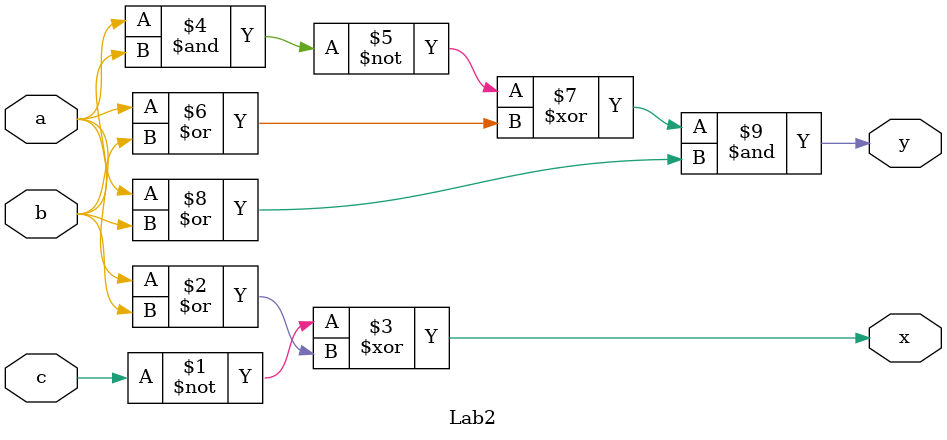
<source format=sv>
module Lab2(
    input logic a, b, c,
    output logic x, y
    );

    assign x = (~c) ^ (a | b);
    assign y = (~(a & b) ^ (a | b)) & (a | b);
endmodule

</source>
